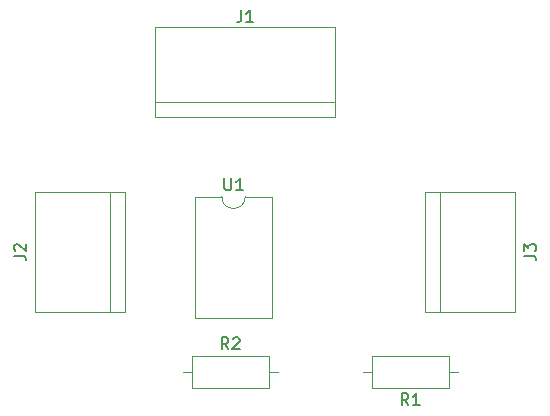
<source format=gbr>
G04 #@! TF.GenerationSoftware,KiCad,Pcbnew,(5.1.6)-1*
G04 #@! TF.CreationDate,2020-07-25T12:53:59+02:00*
G04 #@! TF.ProjectId,kiCad,6b694361-642e-46b6-9963-61645f706362,rev?*
G04 #@! TF.SameCoordinates,Original*
G04 #@! TF.FileFunction,Legend,Top*
G04 #@! TF.FilePolarity,Positive*
%FSLAX46Y46*%
G04 Gerber Fmt 4.6, Leading zero omitted, Abs format (unit mm)*
G04 Created by KiCad (PCBNEW (5.1.6)-1) date 2020-07-25 12:53:59*
%MOMM*%
%LPD*%
G01*
G04 APERTURE LIST*
%ADD10C,0.120000*%
%ADD11C,0.150000*%
G04 APERTURE END LIST*
D10*
X81280000Y-66040000D02*
X81280000Y-58420000D01*
X96520000Y-66040000D02*
X96520000Y-58420000D01*
X81280000Y-64770000D02*
X96520000Y-64770000D01*
X81280000Y-58420000D02*
X96520000Y-58420000D01*
X81280000Y-66040000D02*
X96520000Y-66040000D01*
X78740000Y-82550000D02*
X78740000Y-72390000D01*
X71120000Y-82550000D02*
X78740000Y-82550000D01*
X71120000Y-72390000D02*
X71120000Y-82550000D01*
X78740000Y-72390000D02*
X71120000Y-72390000D01*
X77470000Y-72390000D02*
X77470000Y-82550000D01*
X105410000Y-82550000D02*
X105410000Y-72390000D01*
X104140000Y-82550000D02*
X111760000Y-82550000D01*
X111760000Y-82550000D02*
X111760000Y-72390000D01*
X111760000Y-72390000D02*
X104140000Y-72390000D01*
X104140000Y-72390000D02*
X104140000Y-82550000D01*
X98830000Y-87630000D02*
X99600000Y-87630000D01*
X106910000Y-87630000D02*
X106140000Y-87630000D01*
X99600000Y-89000000D02*
X106140000Y-89000000D01*
X99600000Y-86260000D02*
X99600000Y-89000000D01*
X106140000Y-86260000D02*
X99600000Y-86260000D01*
X106140000Y-89000000D02*
X106140000Y-86260000D01*
X84360000Y-86260000D02*
X84360000Y-89000000D01*
X84360000Y-89000000D02*
X90900000Y-89000000D01*
X90900000Y-89000000D02*
X90900000Y-86260000D01*
X90900000Y-86260000D02*
X84360000Y-86260000D01*
X83590000Y-87630000D02*
X84360000Y-87630000D01*
X91670000Y-87630000D02*
X90900000Y-87630000D01*
X86885001Y-72795001D02*
X84650001Y-72795001D01*
X84650001Y-72795001D02*
X84650001Y-83075001D01*
X84650001Y-83075001D02*
X91120001Y-83075001D01*
X91120001Y-83075001D02*
X91120001Y-72795001D01*
X91120001Y-72795001D02*
X88885001Y-72795001D01*
X88885001Y-72795001D02*
G75*
G02*
X86885001Y-72795001I-1000000J0D01*
G01*
D11*
X88536666Y-57032380D02*
X88536666Y-57746666D01*
X88489047Y-57889523D01*
X88393809Y-57984761D01*
X88250952Y-58032380D01*
X88155714Y-58032380D01*
X89536666Y-58032380D02*
X88965238Y-58032380D01*
X89250952Y-58032380D02*
X89250952Y-57032380D01*
X89155714Y-57175238D01*
X89060476Y-57270476D01*
X88965238Y-57318095D01*
X69302380Y-77803333D02*
X70016666Y-77803333D01*
X70159523Y-77850952D01*
X70254761Y-77946190D01*
X70302380Y-78089047D01*
X70302380Y-78184285D01*
X69397619Y-77374761D02*
X69350000Y-77327142D01*
X69302380Y-77231904D01*
X69302380Y-76993809D01*
X69350000Y-76898571D01*
X69397619Y-76850952D01*
X69492857Y-76803333D01*
X69588095Y-76803333D01*
X69730952Y-76850952D01*
X70302380Y-77422380D01*
X70302380Y-76803333D01*
X112482380Y-77803333D02*
X113196666Y-77803333D01*
X113339523Y-77850952D01*
X113434761Y-77946190D01*
X113482380Y-78089047D01*
X113482380Y-78184285D01*
X112482380Y-77422380D02*
X112482380Y-76803333D01*
X112863333Y-77136666D01*
X112863333Y-76993809D01*
X112910952Y-76898571D01*
X112958571Y-76850952D01*
X113053809Y-76803333D01*
X113291904Y-76803333D01*
X113387142Y-76850952D01*
X113434761Y-76898571D01*
X113482380Y-76993809D01*
X113482380Y-77279523D01*
X113434761Y-77374761D01*
X113387142Y-77422380D01*
X102703333Y-90452380D02*
X102370000Y-89976190D01*
X102131904Y-90452380D02*
X102131904Y-89452380D01*
X102512857Y-89452380D01*
X102608095Y-89500000D01*
X102655714Y-89547619D01*
X102703333Y-89642857D01*
X102703333Y-89785714D01*
X102655714Y-89880952D01*
X102608095Y-89928571D01*
X102512857Y-89976190D01*
X102131904Y-89976190D01*
X103655714Y-90452380D02*
X103084285Y-90452380D01*
X103370000Y-90452380D02*
X103370000Y-89452380D01*
X103274761Y-89595238D01*
X103179523Y-89690476D01*
X103084285Y-89738095D01*
X87463333Y-85712380D02*
X87130000Y-85236190D01*
X86891904Y-85712380D02*
X86891904Y-84712380D01*
X87272857Y-84712380D01*
X87368095Y-84760000D01*
X87415714Y-84807619D01*
X87463333Y-84902857D01*
X87463333Y-85045714D01*
X87415714Y-85140952D01*
X87368095Y-85188571D01*
X87272857Y-85236190D01*
X86891904Y-85236190D01*
X87844285Y-84807619D02*
X87891904Y-84760000D01*
X87987142Y-84712380D01*
X88225238Y-84712380D01*
X88320476Y-84760000D01*
X88368095Y-84807619D01*
X88415714Y-84902857D01*
X88415714Y-84998095D01*
X88368095Y-85140952D01*
X87796666Y-85712380D01*
X88415714Y-85712380D01*
X87123096Y-71247381D02*
X87123096Y-72056905D01*
X87170715Y-72152143D01*
X87218334Y-72199762D01*
X87313572Y-72247381D01*
X87504048Y-72247381D01*
X87599286Y-72199762D01*
X87646905Y-72152143D01*
X87694524Y-72056905D01*
X87694524Y-71247381D01*
X88694524Y-72247381D02*
X88123096Y-72247381D01*
X88408810Y-72247381D02*
X88408810Y-71247381D01*
X88313572Y-71390239D01*
X88218334Y-71485477D01*
X88123096Y-71533096D01*
M02*

</source>
